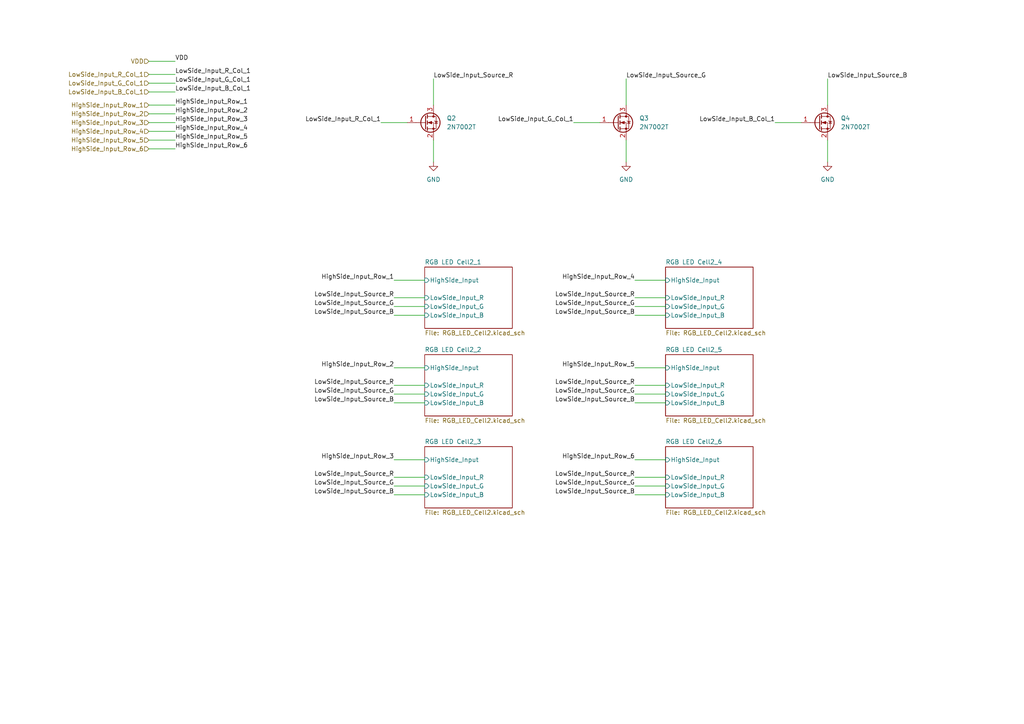
<source format=kicad_sch>
(kicad_sch (version 20230121) (generator eeschema)
  (paper "A4")
  (lib_symbols
    (symbol "Device:Q_NMOS_GSD" (pin_names (offset 0) hide)
      (property "Reference" "Q" (at 5.08 1.27 0))
      (property "Value" "Q_NMOS_GSD" (at 5.08 -1.27 0))
      (symbol "Q_NMOS_GSD_0_1"
        (polyline (pts (xy 0.254 0) (xy -2.54 0)))
        (polyline (pts (xy 0.254 1.905) (xy 0.254 -1.905)) (stroke (width 0.254)))
        (polyline (pts (xy 0.762 -1.27) (xy 0.762 -2.286)) (stroke (width 0.254)))
        (polyline (pts (xy 0.762 0.508) (xy 0.762 -0.508)) (stroke (width 0.254)))
        (polyline (pts (xy 0.762 2.286) (xy 0.762 1.27)) (stroke (width 0.254)))
        (polyline (pts (xy 2.54 2.54) (xy 2.54 1.778)))
        (polyline (pts (xy 2.54 -2.54) (xy 2.54 0) (xy 0.762 0)))
        (polyline (pts (xy 0.762 -1.778) (xy 3.302 -1.778) (xy 3.302 1.778) (xy 0.762 1.778)))
        (polyline (pts (xy 1.016 0) (xy 2.032 0.381) (xy 2.032 -0.381) (xy 1.016 0)) (fill (type outline)))
        (polyline (pts (xy 2.794 0.508) (xy 2.921 0.381) (xy 3.683 0.381) (xy 3.81 0.254)))
        (polyline (pts (xy 3.302 0.381) (xy 2.921 -0.254) (xy 3.683 -0.254) (xy 3.302 0.381)))
        (circle (center 1.651 0) (radius 2.794) (stroke (width 0.254)))
        (circle (center 2.54 -1.778) (radius 0.254) (fill (type outline)))
        (circle (center 2.54 1.778) (radius 0.254) (fill (type outline)))
      )
      (symbol "Q_NMOS_GSD_1_1"
        (pin input line (at -5.08 0 0) (length 2.54) (name "G") (number "1"))
        (pin passive line (at 2.54 -5.08 90) (length 2.54) (name "S") (number "2"))
        (pin passive line (at 2.54 5.08 270) (length 2.54) (name "D") (number "3"))
      )
    )
    (symbol "power:GND" (power) (pin_names (offset 0))
      (property "Value" "GND" (at 0 -3.81 0))
      (symbol "GND_0_1"
        (polyline (pts (xy 0 0) (xy 0 -1.27) (xy 1.27 -1.27) (xy 0 -2.54) (xy -1.27 -1.27) (xy 0 -1.27)))
      )
      (symbol "GND_1_1"
        (pin power_in line (at 0 0 270) (length 0) hide (name "GND") (number "1"))
      )
    )
  )
  (wire (pts (xy 193.04 81.28) (xy 184.15 81.28)))
  (wire (pts (xy 43.18 21.59) (xy 50.8 21.59)))
  (wire (pts (xy 193.04 114.3) (xy 184.15 114.3)))
  (wire (pts (xy 193.04 106.68) (xy 184.15 106.68)))
  (wire (pts (xy 123.19 143.51) (xy 114.3 143.51)))
  (wire (pts (xy 193.04 133.35) (xy 184.15 133.35)))
  (wire (pts (xy 43.18 17.78) (xy 50.8 17.78)))
  (wire (pts (xy 123.19 140.97) (xy 114.3 140.97)))
  (wire (pts (xy 43.18 40.64) (xy 50.8 40.64)))
  (wire (pts (xy 193.04 111.76) (xy 184.15 111.76)))
  (wire (pts (xy 123.19 91.44) (xy 114.3 91.44)))
  (wire (pts (xy 43.18 33.02) (xy 50.8 33.02)))
  (wire (pts (xy 123.19 114.3) (xy 114.3 114.3)))
  (wire (pts (xy 181.61 30.48) (xy 181.61 22.86)))
  (wire (pts (xy 193.04 86.36) (xy 184.15 86.36)))
  (wire (pts (xy 43.18 24.13) (xy 50.8 24.13)))
  (wire (pts (xy 123.19 133.35) (xy 114.3 133.35)))
  (wire (pts (xy 43.18 30.48) (xy 50.8 30.48)))
  (wire (pts (xy 43.18 35.56) (xy 50.8 35.56)))
  (wire (pts (xy 123.19 116.84) (xy 114.3 116.84)))
  (wire (pts (xy 193.04 88.9) (xy 184.15 88.9)))
  (wire (pts (xy 123.19 111.76) (xy 114.3 111.76)))
  (wire (pts (xy 123.19 81.28) (xy 114.3 81.28)))
  (wire (pts (xy 193.04 116.84) (xy 184.15 116.84)))
  (wire (pts (xy 43.18 43.18) (xy 50.8 43.18)))
  (wire (pts (xy 173.99 35.56) (xy 166.37 35.56)))
  (wire (pts (xy 125.73 30.48) (xy 125.73 22.86)))
  (wire (pts (xy 232.41 35.56) (xy 224.79 35.56)))
  (wire (pts (xy 125.73 46.99) (xy 125.73 40.64)))
  (wire (pts (xy 123.19 86.36) (xy 114.3 86.36)))
  (wire (pts (xy 118.11 35.56) (xy 110.49 35.56)))
  (wire (pts (xy 181.61 46.99) (xy 181.61 40.64)))
  (wire (pts (xy 193.04 140.97) (xy 184.15 140.97)))
  (wire (pts (xy 43.18 38.1) (xy 50.8 38.1)))
  (wire (pts (xy 123.19 138.43) (xy 114.3 138.43)))
  (wire (pts (xy 240.03 30.48) (xy 240.03 22.86)))
  (wire (pts (xy 193.04 143.51) (xy 184.15 143.51)))
  (wire (pts (xy 123.19 88.9) (xy 114.3 88.9)))
  (wire (pts (xy 123.19 106.68) (xy 114.3 106.68)))
  (wire (pts (xy 193.04 91.44) (xy 184.15 91.44)))
  (wire (pts (xy 193.04 138.43) (xy 184.15 138.43)))
  (wire (pts (xy 43.18 26.67) (xy 50.8 26.67)))
  (wire (pts (xy 240.03 46.99) (xy 240.03 40.64)))
  (label "LowSide_Input_Source_B" (at 114.3 91.44 180))
  (label "HighSide_Input_Row_5" (at 50.8 40.64 0))
  (label "LowSide_Input_Source_B" (at 114.3 116.84 180))
  (label "HighSide_Input_Row_3" (at 50.8 35.56 0))
  (label "LowSide_Input_Source_G" (at 184.15 140.97 180))
  (label "HighSide_Input_Row_6" (at 50.8 43.18 0))
  (label "LowSide_Input_Source_R" (at 114.3 138.43 180))
  (label "LowSide_Input_Source_R" (at 184.15 138.43 180))
  (label "LowSide_Input_Source_G" (at 114.3 140.97 180))
  (label "LowSide_Input_Source_G" (at 184.15 88.9 180))
  (label "HighSide_Input_Row_1" (at 114.3 81.28 180))
  (label "LowSide_Input_B_Col_1" (at 50.8 26.67 0))
  (label "LowSide_Input_G_Col_1" (at 166.37 35.56 180))
  (label "LowSide_Input_Source_R" (at 184.15 111.76 180))
  (label "LowSide_Input_Source_G" (at 114.3 88.9 180))
  (label "HighSide_Input_Row_4" (at 50.8 38.1 0))
  (label "LowSide_Input_Source_G" (at 114.3 114.3 180))
  (label "LowSide_Input_Source_B" (at 240.03 22.86 0))
  (label "LowSide_Input_R_Col_1" (at 110.49 35.56 180))
  (label "LowSide_Input_Source_B" (at 114.3 143.51 180))
  (label "LowSide_Input_Source_B" (at 184.15 91.44 180))
  (label "LowSide_Input_Source_R" (at 114.3 111.76 180))
  (label "VDD" (at 50.8 17.78 0))
  (label "HighSide_Input_Row_6" (at 184.15 133.35 180))
  (label "LowSide_Input_Source_B" (at 184.15 116.84 180))
  (label "HighSide_Input_Row_4" (at 184.15 81.28 180))
  (label "LowSide_Input_Source_R" (at 125.73 22.86 0))
  (label "HighSide_Input_Row_5" (at 184.15 106.68 180))
  (label "HighSide_Input_Row_2" (at 114.3 106.68 180))
  (label "LowSide_Input_Source_R" (at 184.15 86.36 180))
  (label "LowSide_Input_G_Col_1" (at 50.8 24.13 0))
  (label "LowSide_Input_Source_G" (at 181.61 22.86 0))
  (label "HighSide_Input_Row_1" (at 50.8 30.48 0))
  (label "LowSide_Input_Source_B" (at 184.15 143.51 180))
  (label "LowSide_Input_Source_R" (at 114.3 86.36 180))
  (label "HighSide_Input_Row_3" (at 114.3 133.35 180))
  (label "HighSide_Input_Row_2" (at 50.8 33.02 0))
  (label "LowSide_Input_R_Col_1" (at 50.8 21.59 0))
  (label "LowSide_Input_Source_G" (at 184.15 114.3 180))
  (label "LowSide_Input_B_Col_1" (at 224.79 35.56 180))
  (hierarchical_label "HighSide_Input_Row_5" (shape input) (at 43.18 40.64 180))
  (hierarchical_label "HighSide_Input_Row_6" (shape input) (at 43.18 43.18 180))
  (hierarchical_label "VDD" (shape input) (at 43.18 17.78 180))
  (hierarchical_label "LowSide_Input_B_Col_1" (shape input) (at 43.18 26.67 180))
  (hierarchical_label "HighSide_Input_Row_3" (shape input) (at 43.18 35.56 180))
  (hierarchical_label "HighSide_Input_Row_2" (shape input) (at 43.18 33.02 180))
  (hierarchical_label "HighSide_Input_Row_1" (shape input) (at 43.18 30.48 180))
  (hierarchical_label "HighSide_Input_Row_4" (shape input) (at 43.18 38.1 180))
  (hierarchical_label "LowSide_Input_G_Col_1" (shape input) (at 43.18 24.13 180))
  (hierarchical_label "LowSide_Input_R_Col_1" (shape input) (at 43.18 21.59 180))
  (symbol (lib_id "Device:Q_NMOS_GSD") (at 237.49 35.56 0) (unit 1)
    (property "Reference" "Q?" (at 243.84 34.29 0) (effects (justify left)))
    (property "Value" "2N7002T" (at 243.84 36.83 0) (effects (justify left)))
    (property "Footprint" "Package_TO_SOT_SMD:SOT-523" (effects hide))
    (property "Description" "类型: N沟道 漏源电压(Vdss): 60V 连续漏极电流(Id): 300mA 功率(Pd): 200mW 导通电阻(RDS(on)@Vgs,Id):" (effects hide))
    (property "LCSC" "C5224243" (effects hide))
    (property "Vendor" "ElecSuper(静芯微）" (effects hide))
    (property "Vendor Model" "2N7002T" (effects hide))
    (instances (project "KiConSZ2023" (path "" (reference "Q4") (unit 1))))
  )
  (symbol (lib_id "Device:Q_NMOS_GSD") (at 179.07 35.56 0) (unit 1)
    (property "Reference" "Q?" (at 185.42 34.29 0) (effects (justify left)))
    (property "Value" "2N7002T" (at 185.42 36.83 0) (effects (justify left)))
    (property "Footprint" "Package_TO_SOT_SMD:SOT-523" (effects hide))
    (property "Description" "类型: N沟道 漏源电压(Vdss): 60V 连续漏极电流(Id): 300mA 功率(Pd): 200mW 导通电阻(RDS(on)@Vgs,Id):" (effects hide))
    (property "LCSC" "C5224243" (effects hide))
    (property "Vendor" "ElecSuper(静芯微）" (effects hide))
    (property "Vendor Model" "2N7002T" (effects hide))
    (instances (project "KiConSZ2023" (path "" (reference "Q3") (unit 1))))
  )
  (symbol (lib_id "power:GND") (at 125.73 46.99 0) (unit 1)
    (property "Reference" "#PWR022" (effects hide))
    (property "Value" "GND" (at 125.73 52.07 0))
    (instances (project "KiConSZ2023" (path "" (reference "#PWR015") (unit 1))))
  )
  (symbol (lib_id "Device:Q_NMOS_GSD") (at 123.19 35.56 0) (unit 1)
    (property "Reference" "Q?" (at 129.54 34.29 0) (effects (justify left)))
    (property "Value" "2N7002T" (at 129.54 36.83 0) (effects (justify left)))
    (property "Footprint" "Package_TO_SOT_SMD:SOT-523" (effects hide))
    (property "Description" "类型: N沟道 漏源电压(Vdss): 60V 连续漏极电流(Id): 300mA 功率(Pd): 200mW 导通电阻(RDS(on)@Vgs,Id):" (effects hide))
    (property "LCSC" "C5224243" (effects hide))
    (property "Vendor" "ElecSuper(静芯微）" (effects hide))
    (property "Vendor Model" "2N7002T" (effects hide))
    (instances (project "KiConSZ2023" (path "" (reference "Q2") (unit 1))))
  )
  (symbol (lib_id "power:GND") (at 181.61 46.99 0) (unit 1)
    (property "Reference" "#PWR028" (effects hide))
    (property "Value" "GND" (at 181.61 52.07 0))
    (instances (project "KiConSZ2023" (path "" (reference "#PWR016") (unit 1))))
  )
  (symbol (lib_id "power:GND") (at 240.03 46.99 0) (unit 1)
    (property "Reference" "#PWR034" (effects hide))
    (property "Value" "GND" (at 240.03 52.07 0))
    (instances (project "KiConSZ2023" (path "" (reference "#PWR017") (unit 1))))
  )
  (sheet (at 123.19 102.87) (size 25.4 17.78) (stroke (width 0.1524))
    (property "Sheetname" "RGB LED Cell2_2" (at 123.19 102.1584 0) (effects (justify left bottom)))
    (property "Sheetfile" "RGB_LED_Cell2.kicad_sch" (at 123.19 121.2346 0) (effects (justify left top)))
    (pin "LowSide_Input_R" input (at 123.19 111.76 180))
    (pin "HighSide_Input" input (at 123.19 106.68 180))
    (pin "LowSide_Input_B" input (at 123.19 116.84 180))
    (pin "LowSide_Input_G" input (at 123.19 114.3 180))
  )
  (sheet (at 193.04 129.54) (size 25.4 17.78) (stroke (width 0.1524))
    (property "Sheetname" "RGB LED Cell2_6" (at 193.04 128.8284 0) (effects (justify left bottom)))
    (property "Sheetfile" "RGB_LED_Cell2.kicad_sch" (at 193.04 147.9046 0) (effects (justify left top)))
    (pin "LowSide_Input_R" input (at 193.04 138.43 180))
    (pin "HighSide_Input" input (at 193.04 133.35 180))
    (pin "LowSide_Input_B" input (at 193.04 143.51 180))
    (pin "LowSide_Input_G" input (at 193.04 140.97 180))
  )
  (sheet (at 123.19 77.47) (size 25.4 17.78) (stroke (width 0.1524))
    (property "Sheetname" "RGB LED Cell2_1" (at 123.19 76.7584 0) (effects (justify left bottom)))
    (property "Sheetfile" "RGB_LED_Cell2.kicad_sch" (at 123.19 95.8346 0) (effects (justify left top)))
    (pin "LowSide_Input_R" input (at 123.19 86.36 180))
    (pin "HighSide_Input" input (at 123.19 81.28 180))
    (pin "LowSide_Input_B" input (at 123.19 91.44 180))
    (pin "LowSide_Input_G" input (at 123.19 88.9 180))
  )
  (sheet (at 123.19 129.54) (size 25.4 17.78) (stroke (width 0.1524))
    (property "Sheetname" "RGB LED Cell2_3" (at 123.19 128.8284 0) (effects (justify left bottom)))
    (property "Sheetfile" "RGB_LED_Cell2.kicad_sch" (at 123.19 147.9046 0) (effects (justify left top)))
    (pin "LowSide_Input_R" input (at 123.19 138.43 180))
    (pin "HighSide_Input" input (at 123.19 133.35 180))
    (pin "LowSide_Input_B" input (at 123.19 143.51 180))
    (pin "LowSide_Input_G" input (at 123.19 140.97 180))
  )
  (sheet (at 193.04 102.87) (size 25.4 17.78) (stroke (width 0.1524))
    (property "Sheetname" "RGB LED Cell2_5" (at 193.04 102.1584 0) (effects (justify left bottom)))
    (property "Sheetfile" "RGB_LED_Cell2.kicad_sch" (at 193.04 121.2346 0) (effects (justify left top)))
    (pin "LowSide_Input_R" input (at 193.04 111.76 180))
    (pin "HighSide_Input" input (at 193.04 106.68 180))
    (pin "LowSide_Input_B" input (at 193.04 116.84 180))
    (pin "LowSide_Input_G" input (at 193.04 114.3 180))
  )
  (sheet (at 193.04 77.47) (size 25.4 17.78) (stroke (width 0.1524))
    (property "Sheetname" "RGB LED Cell2_4" (at 193.04 76.7584 0) (effects (justify left bottom)))
    (property "Sheetfile" "RGB_LED_Cell2.kicad_sch" (at 193.04 95.8346 0) (effects (justify left top)))
    (pin "LowSide_Input_R" input (at 193.04 86.36 180))
    (pin "HighSide_Input" input (at 193.04 81.28 180))
    (pin "LowSide_Input_B" input (at 193.04 91.44 180))
    (pin "LowSide_Input_G" input (at 193.04 88.9 180))
  )
)
</source>
